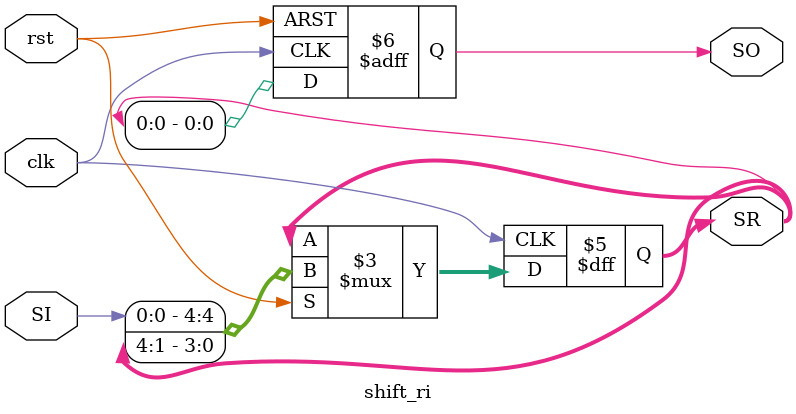
<source format=v>
module shift_ri(SI,SO,SR,clk,rst);
  input SI,clk,rst;
  output [4:0]SR;
  output SO;

  always@(posedge clk or negedge rst)
    if(!rst)
      begin
        SO<=5'b0;
        SO<=1'b0;
      end
  else
    begin
      SR[4]<=SI;
      SR[3]<=SR[4];
      SR[2]<=SR[3];
      SR[1]<=SR[2];
      SR[0]<=SR[1];
      SO<=SR[0];
    end
endmodule
 
    

</source>
